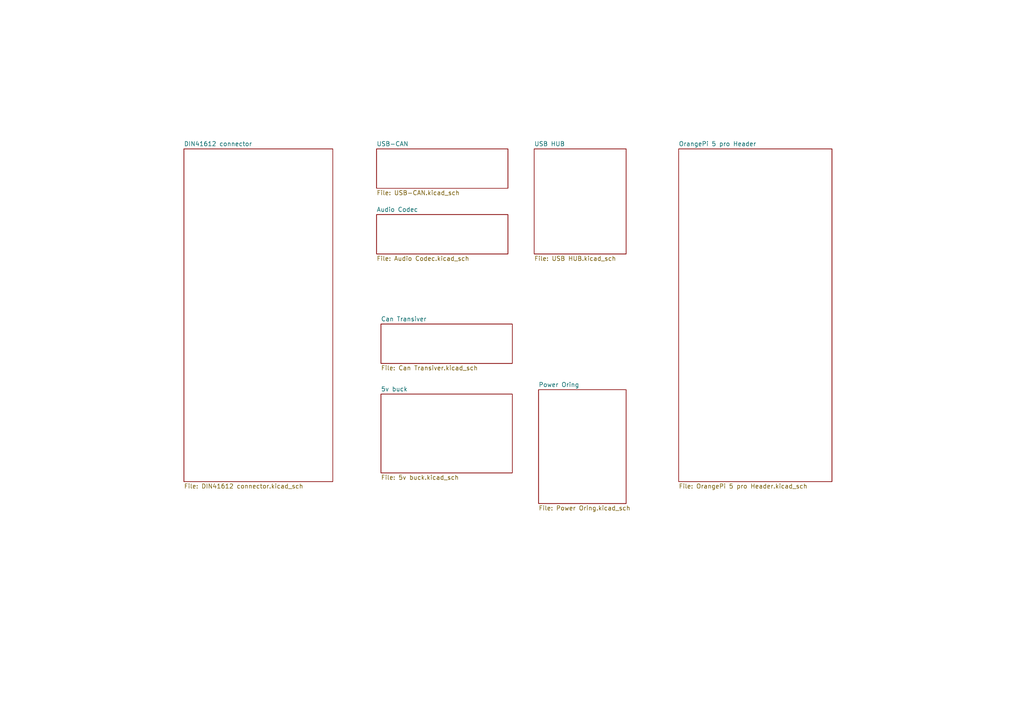
<source format=kicad_sch>
(kicad_sch
	(version 20231120)
	(generator "eeschema")
	(generator_version "8.0")
	(uuid "3103c9de-f1ba-4d51-8bfc-798df1c75e2f")
	(paper "A4")
	(lib_symbols)
	(sheet
		(at 156.21 113.03)
		(size 25.4 33.02)
		(fields_autoplaced yes)
		(stroke
			(width 0.1524)
			(type solid)
		)
		(fill
			(color 0 0 0 0.0000)
		)
		(uuid "173701d7-f398-4eb9-8378-88f17944d65b")
		(property "Sheetname" "Power Oring"
			(at 156.21 112.3184 0)
			(effects
				(font
					(size 1.27 1.27)
				)
				(justify left bottom)
			)
		)
		(property "Sheetfile" "Power Oring.kicad_sch"
			(at 156.21 146.6346 0)
			(effects
				(font
					(size 1.27 1.27)
				)
				(justify left top)
			)
		)
		(instances
			(project "OrangePie"
				(path "/3103c9de-f1ba-4d51-8bfc-798df1c75e2f"
					(page "6")
				)
			)
		)
	)
	(sheet
		(at 109.22 43.18)
		(size 38.1 11.43)
		(fields_autoplaced yes)
		(stroke
			(width 0.1524)
			(type solid)
		)
		(fill
			(color 0 0 0 0.0000)
		)
		(uuid "285b75df-88b4-4328-84e3-9524aab48e89")
		(property "Sheetname" "USB-CAN"
			(at 109.22 42.4684 0)
			(effects
				(font
					(size 1.27 1.27)
				)
				(justify left bottom)
			)
		)
		(property "Sheetfile" "USB-CAN.kicad_sch"
			(at 109.22 55.1946 0)
			(effects
				(font
					(size 1.27 1.27)
				)
				(justify left top)
			)
		)
		(instances
			(project "OrangePie"
				(path "/3103c9de-f1ba-4d51-8bfc-798df1c75e2f"
					(page "5")
				)
			)
		)
	)
	(sheet
		(at 110.49 93.98)
		(size 38.1 11.43)
		(fields_autoplaced yes)
		(stroke
			(width 0.1524)
			(type solid)
		)
		(fill
			(color 0 0 0 0.0000)
		)
		(uuid "4ef8679b-7d0c-4776-8ce3-817c4ec1763f")
		(property "Sheetname" "Can Transiver"
			(at 110.49 93.2684 0)
			(effects
				(font
					(size 1.27 1.27)
				)
				(justify left bottom)
			)
		)
		(property "Sheetfile" "Can Transiver.kicad_sch"
			(at 110.49 105.9946 0)
			(effects
				(font
					(size 1.27 1.27)
				)
				(justify left top)
			)
		)
		(instances
			(project "OrangePie"
				(path "/3103c9de-f1ba-4d51-8bfc-798df1c75e2f"
					(page "7")
				)
			)
		)
	)
	(sheet
		(at 53.34 43.18)
		(size 43.18 96.52)
		(fields_autoplaced yes)
		(stroke
			(width 0.1524)
			(type solid)
		)
		(fill
			(color 0 0 0 0.0000)
		)
		(uuid "50dedcd5-65c1-4d6e-8d03-473117f8d376")
		(property "Sheetname" "DIN41612 connector"
			(at 53.34 42.4684 0)
			(effects
				(font
					(size 1.27 1.27)
				)
				(justify left bottom)
			)
		)
		(property "Sheetfile" "DIN41612 connector.kicad_sch"
			(at 53.34 140.2846 0)
			(effects
				(font
					(size 1.27 1.27)
				)
				(justify left top)
			)
		)
		(instances
			(project "OrangePie"
				(path "/3103c9de-f1ba-4d51-8bfc-798df1c75e2f"
					(page "2")
				)
			)
		)
	)
	(sheet
		(at 109.22 62.23)
		(size 38.1 11.43)
		(fields_autoplaced yes)
		(stroke
			(width 0.1524)
			(type solid)
		)
		(fill
			(color 0 0 0 0.0000)
		)
		(uuid "5c90feeb-24b4-4351-a3fd-4dbcb45d386c")
		(property "Sheetname" "Audio Codec"
			(at 109.22 61.5184 0)
			(effects
				(font
					(size 1.27 1.27)
				)
				(justify left bottom)
			)
		)
		(property "Sheetfile" "Audio Codec.kicad_sch"
			(at 109.22 74.2446 0)
			(effects
				(font
					(size 1.27 1.27)
				)
				(justify left top)
			)
		)
		(instances
			(project "OrangePie"
				(path "/3103c9de-f1ba-4d51-8bfc-798df1c75e2f"
					(page "9")
				)
			)
		)
	)
	(sheet
		(at 196.85 43.18)
		(size 44.45 96.52)
		(fields_autoplaced yes)
		(stroke
			(width 0.1524)
			(type solid)
		)
		(fill
			(color 0 0 0 0.0000)
		)
		(uuid "d2960c43-83cc-4db9-89f3-db63fa692eb6")
		(property "Sheetname" "OrangePi 5 pro Header"
			(at 196.85 42.4684 0)
			(effects
				(font
					(size 1.27 1.27)
				)
				(justify left bottom)
			)
		)
		(property "Sheetfile" "OrangePi 5 pro Header.kicad_sch"
			(at 196.85 140.2846 0)
			(effects
				(font
					(size 1.27 1.27)
				)
				(justify left top)
			)
		)
		(instances
			(project "OrangePie"
				(path "/3103c9de-f1ba-4d51-8bfc-798df1c75e2f"
					(page "3")
				)
			)
		)
	)
	(sheet
		(at 154.94 43.18)
		(size 26.67 30.48)
		(fields_autoplaced yes)
		(stroke
			(width 0.1524)
			(type solid)
		)
		(fill
			(color 0 0 0 0.0000)
		)
		(uuid "d3741ba6-986f-4446-bdcd-c781f28afbee")
		(property "Sheetname" "USB HUB"
			(at 154.94 42.4684 0)
			(effects
				(font
					(size 1.27 1.27)
				)
				(justify left bottom)
			)
		)
		(property "Sheetfile" "USB HUB.kicad_sch"
			(at 154.94 74.2446 0)
			(effects
				(font
					(size 1.27 1.27)
				)
				(justify left top)
			)
		)
		(instances
			(project "OrangePie"
				(path "/3103c9de-f1ba-4d51-8bfc-798df1c75e2f"
					(page "9")
				)
			)
		)
	)
	(sheet
		(at 110.49 114.3)
		(size 38.1 22.86)
		(fields_autoplaced yes)
		(stroke
			(width 0.1524)
			(type solid)
		)
		(fill
			(color 0 0 0 0.0000)
		)
		(uuid "fa68c879-ed97-450e-814c-4bbcc113b22b")
		(property "Sheetname" "5v buck"
			(at 110.49 113.5884 0)
			(effects
				(font
					(size 1.27 1.27)
				)
				(justify left bottom)
			)
		)
		(property "Sheetfile" "5v buck.kicad_sch"
			(at 110.49 137.7446 0)
			(effects
				(font
					(size 1.27 1.27)
				)
				(justify left top)
			)
		)
		(instances
			(project "OrangePie"
				(path "/3103c9de-f1ba-4d51-8bfc-798df1c75e2f"
					(page "4")
				)
			)
		)
	)
	(sheet_instances
		(path "/"
			(page "1")
		)
	)
)

</source>
